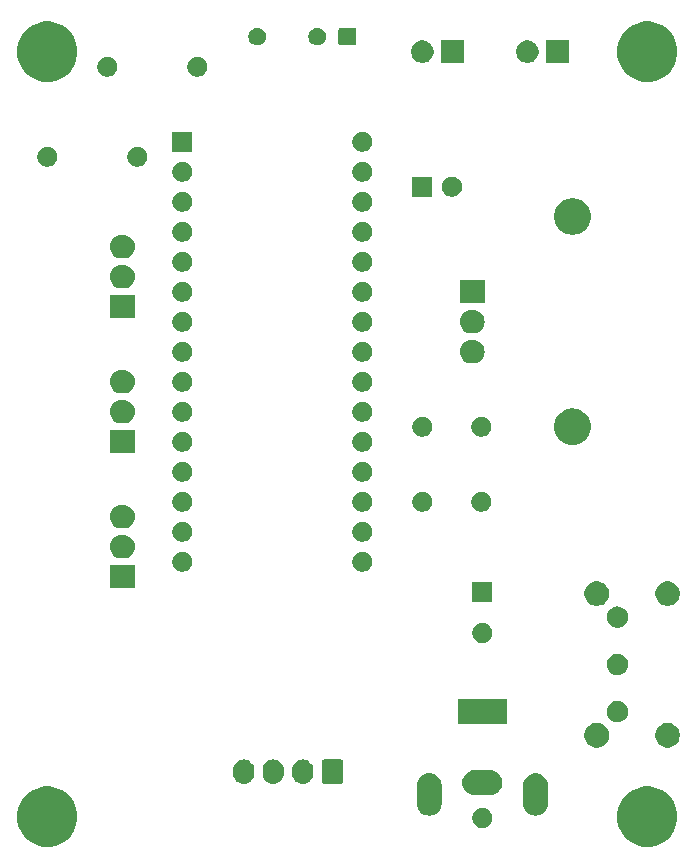
<source format=gbr>
G04 #@! TF.GenerationSoftware,KiCad,Pcbnew,(5.1.5)-3*
G04 #@! TF.CreationDate,2020-02-13T17:55:15+03:00*
G04 #@! TF.ProjectId,TV_led_driver,54565f6c-6564-45f6-9472-697665722e6b,rev?*
G04 #@! TF.SameCoordinates,Original*
G04 #@! TF.FileFunction,Soldermask,Bot*
G04 #@! TF.FilePolarity,Negative*
%FSLAX46Y46*%
G04 Gerber Fmt 4.6, Leading zero omitted, Abs format (unit mm)*
G04 Created by KiCad (PCBNEW (5.1.5)-3) date 2020-02-13 17:55:15*
%MOMM*%
%LPD*%
G04 APERTURE LIST*
%ADD10C,0.100000*%
G04 APERTURE END LIST*
D10*
G36*
X164574098Y-115657033D02*
G01*
X165038350Y-115849332D01*
X165038352Y-115849333D01*
X165456168Y-116128509D01*
X165811491Y-116483832D01*
X166090667Y-116901648D01*
X166090668Y-116901650D01*
X166282967Y-117365902D01*
X166381000Y-117858747D01*
X166381000Y-118361253D01*
X166282967Y-118854098D01*
X166206670Y-119038295D01*
X166090667Y-119318352D01*
X165811491Y-119736168D01*
X165456168Y-120091491D01*
X165038352Y-120370667D01*
X165038351Y-120370668D01*
X165038350Y-120370668D01*
X164574098Y-120562967D01*
X164081253Y-120661000D01*
X163578747Y-120661000D01*
X163085902Y-120562967D01*
X162621650Y-120370668D01*
X162621649Y-120370668D01*
X162621648Y-120370667D01*
X162203832Y-120091491D01*
X161848509Y-119736168D01*
X161569333Y-119318352D01*
X161453330Y-119038295D01*
X161377033Y-118854098D01*
X161279000Y-118361253D01*
X161279000Y-117858747D01*
X161377033Y-117365902D01*
X161569332Y-116901650D01*
X161569333Y-116901648D01*
X161848509Y-116483832D01*
X162203832Y-116128509D01*
X162621648Y-115849333D01*
X162621650Y-115849332D01*
X163085902Y-115657033D01*
X163578747Y-115559000D01*
X164081253Y-115559000D01*
X164574098Y-115657033D01*
G37*
G36*
X113774098Y-115657033D02*
G01*
X114238350Y-115849332D01*
X114238352Y-115849333D01*
X114656168Y-116128509D01*
X115011491Y-116483832D01*
X115290667Y-116901648D01*
X115290668Y-116901650D01*
X115482967Y-117365902D01*
X115581000Y-117858747D01*
X115581000Y-118361253D01*
X115482967Y-118854098D01*
X115406670Y-119038295D01*
X115290667Y-119318352D01*
X115011491Y-119736168D01*
X114656168Y-120091491D01*
X114238352Y-120370667D01*
X114238351Y-120370668D01*
X114238350Y-120370668D01*
X113774098Y-120562967D01*
X113281253Y-120661000D01*
X112778747Y-120661000D01*
X112285902Y-120562967D01*
X111821650Y-120370668D01*
X111821649Y-120370668D01*
X111821648Y-120370667D01*
X111403832Y-120091491D01*
X111048509Y-119736168D01*
X110769333Y-119318352D01*
X110653330Y-119038295D01*
X110577033Y-118854098D01*
X110479000Y-118361253D01*
X110479000Y-117858747D01*
X110577033Y-117365902D01*
X110769332Y-116901650D01*
X110769333Y-116901648D01*
X111048509Y-116483832D01*
X111403832Y-116128509D01*
X111821648Y-115849333D01*
X111821650Y-115849332D01*
X112285902Y-115657033D01*
X112778747Y-115559000D01*
X113281253Y-115559000D01*
X113774098Y-115657033D01*
G37*
G36*
X150108228Y-117401703D02*
G01*
X150263100Y-117465853D01*
X150402481Y-117558985D01*
X150521015Y-117677519D01*
X150614147Y-117816900D01*
X150678297Y-117971772D01*
X150711000Y-118136184D01*
X150711000Y-118303816D01*
X150678297Y-118468228D01*
X150614147Y-118623100D01*
X150521015Y-118762481D01*
X150402481Y-118881015D01*
X150263100Y-118974147D01*
X150108228Y-119038297D01*
X149943816Y-119071000D01*
X149776184Y-119071000D01*
X149611772Y-119038297D01*
X149456900Y-118974147D01*
X149317519Y-118881015D01*
X149198985Y-118762481D01*
X149105853Y-118623100D01*
X149041703Y-118468228D01*
X149009000Y-118303816D01*
X149009000Y-118136184D01*
X149041703Y-117971772D01*
X149105853Y-117816900D01*
X149198985Y-117677519D01*
X149317519Y-117558985D01*
X149456900Y-117465853D01*
X149611772Y-117401703D01*
X149776184Y-117369000D01*
X149943816Y-117369000D01*
X150108228Y-117401703D01*
G37*
G36*
X154566031Y-114434207D02*
G01*
X154694687Y-114473235D01*
X154764148Y-114494306D01*
X154830030Y-114529521D01*
X154946729Y-114591897D01*
X155106765Y-114723235D01*
X155238103Y-114883271D01*
X155262006Y-114927991D01*
X155335694Y-115065851D01*
X155335694Y-115065852D01*
X155335695Y-115065854D01*
X155395793Y-115263968D01*
X155411000Y-115418370D01*
X155411000Y-117021630D01*
X155395793Y-117176032D01*
X155338196Y-117365901D01*
X155335694Y-117374149D01*
X155320966Y-117401703D01*
X155238103Y-117556729D01*
X155106765Y-117716765D01*
X154946729Y-117848103D01*
X154926815Y-117858747D01*
X154764149Y-117945694D01*
X154764146Y-117945695D01*
X154566032Y-118005793D01*
X154360000Y-118026085D01*
X154153969Y-118005793D01*
X153955855Y-117945695D01*
X153955852Y-117945694D01*
X153793186Y-117858747D01*
X153773272Y-117848103D01*
X153613236Y-117716765D01*
X153481898Y-117556729D01*
X153433324Y-117465853D01*
X153384305Y-117374146D01*
X153324207Y-117176033D01*
X153309000Y-117021631D01*
X153309000Y-115418370D01*
X153318098Y-115326000D01*
X153324207Y-115263969D01*
X153384305Y-115065855D01*
X153384306Y-115065852D01*
X153419521Y-114999970D01*
X153481897Y-114883271D01*
X153613235Y-114723235D01*
X153773271Y-114591897D01*
X153859025Y-114546061D01*
X153955851Y-114494306D01*
X154025312Y-114473235D01*
X154153968Y-114434207D01*
X154360000Y-114413915D01*
X154566031Y-114434207D01*
G37*
G36*
X145566031Y-114434207D02*
G01*
X145694687Y-114473235D01*
X145764148Y-114494306D01*
X145830030Y-114529521D01*
X145946729Y-114591897D01*
X146106765Y-114723235D01*
X146238103Y-114883271D01*
X146262006Y-114927991D01*
X146335694Y-115065851D01*
X146335694Y-115065852D01*
X146335695Y-115065854D01*
X146395793Y-115263968D01*
X146411000Y-115418370D01*
X146411000Y-117021630D01*
X146395793Y-117176032D01*
X146338196Y-117365901D01*
X146335694Y-117374149D01*
X146320966Y-117401703D01*
X146238103Y-117556729D01*
X146106765Y-117716765D01*
X145946729Y-117848103D01*
X145926815Y-117858747D01*
X145764149Y-117945694D01*
X145764146Y-117945695D01*
X145566032Y-118005793D01*
X145360000Y-118026085D01*
X145153969Y-118005793D01*
X144955855Y-117945695D01*
X144955852Y-117945694D01*
X144793186Y-117858747D01*
X144773272Y-117848103D01*
X144613236Y-117716765D01*
X144481898Y-117556729D01*
X144433324Y-117465853D01*
X144384305Y-117374146D01*
X144324207Y-117176033D01*
X144309000Y-117021631D01*
X144309000Y-115418370D01*
X144318098Y-115326000D01*
X144324207Y-115263969D01*
X144384305Y-115065855D01*
X144384306Y-115065852D01*
X144419521Y-114999970D01*
X144481897Y-114883271D01*
X144613235Y-114723235D01*
X144773271Y-114591897D01*
X144859025Y-114546061D01*
X144955851Y-114494306D01*
X145025312Y-114473235D01*
X145153968Y-114434207D01*
X145360000Y-114413915D01*
X145566031Y-114434207D01*
G37*
G36*
X150613097Y-114174069D02*
G01*
X150716032Y-114184207D01*
X150914146Y-114244305D01*
X150914149Y-114244306D01*
X151010975Y-114296061D01*
X151096729Y-114341897D01*
X151256765Y-114473235D01*
X151388103Y-114633271D01*
X151433939Y-114719025D01*
X151485694Y-114815851D01*
X151485695Y-114815854D01*
X151545793Y-115013968D01*
X151566085Y-115220000D01*
X151545793Y-115426032D01*
X151505457Y-115559000D01*
X151485694Y-115624149D01*
X151433939Y-115720975D01*
X151388103Y-115806729D01*
X151256765Y-115966765D01*
X151096729Y-116098103D01*
X151039843Y-116128509D01*
X150914149Y-116195694D01*
X150914146Y-116195695D01*
X150716032Y-116255793D01*
X150613097Y-116265931D01*
X150561631Y-116271000D01*
X149158369Y-116271000D01*
X149106903Y-116265931D01*
X149003968Y-116255793D01*
X148805854Y-116195695D01*
X148805851Y-116195694D01*
X148680157Y-116128509D01*
X148623271Y-116098103D01*
X148463235Y-115966765D01*
X148331897Y-115806729D01*
X148286061Y-115720975D01*
X148234306Y-115624149D01*
X148214543Y-115559000D01*
X148174207Y-115426032D01*
X148153915Y-115220000D01*
X148174207Y-115013968D01*
X148234305Y-114815854D01*
X148234306Y-114815851D01*
X148286061Y-114719025D01*
X148331897Y-114633271D01*
X148463235Y-114473235D01*
X148623271Y-114341897D01*
X148709025Y-114296061D01*
X148805851Y-114244306D01*
X148805854Y-114244305D01*
X149003968Y-114184207D01*
X149106903Y-114174069D01*
X149158369Y-114169000D01*
X150561631Y-114169000D01*
X150613097Y-114174069D01*
G37*
G36*
X134836627Y-113287037D02*
G01*
X135006466Y-113338557D01*
X135162991Y-113422222D01*
X135198729Y-113451552D01*
X135300186Y-113534814D01*
X135383448Y-113636271D01*
X135412778Y-113672009D01*
X135496443Y-113828534D01*
X135547963Y-113998374D01*
X135561000Y-114130743D01*
X135561000Y-114469258D01*
X135547963Y-114601627D01*
X135496443Y-114771466D01*
X135412778Y-114927991D01*
X135383448Y-114963729D01*
X135300186Y-115065186D01*
X135162989Y-115177779D01*
X135006467Y-115261442D01*
X135006465Y-115261443D01*
X134836626Y-115312963D01*
X134660000Y-115330359D01*
X134483373Y-115312963D01*
X134313534Y-115261443D01*
X134157009Y-115177778D01*
X134114750Y-115143097D01*
X134019814Y-115065186D01*
X133907221Y-114927989D01*
X133823558Y-114771467D01*
X133781637Y-114633272D01*
X133772037Y-114601626D01*
X133759000Y-114469257D01*
X133759000Y-114130742D01*
X133772037Y-113998373D01*
X133823557Y-113828534D01*
X133907222Y-113672009D01*
X134019815Y-113534815D01*
X134157010Y-113422222D01*
X134313535Y-113338557D01*
X134483374Y-113287037D01*
X134660000Y-113269641D01*
X134836627Y-113287037D01*
G37*
G36*
X132336627Y-113287037D02*
G01*
X132506466Y-113338557D01*
X132662991Y-113422222D01*
X132698729Y-113451552D01*
X132800186Y-113534814D01*
X132883448Y-113636271D01*
X132912778Y-113672009D01*
X132996443Y-113828534D01*
X133047963Y-113998374D01*
X133061000Y-114130743D01*
X133061000Y-114469258D01*
X133047963Y-114601627D01*
X132996443Y-114771466D01*
X132912778Y-114927991D01*
X132883448Y-114963729D01*
X132800186Y-115065186D01*
X132662989Y-115177779D01*
X132506467Y-115261442D01*
X132506465Y-115261443D01*
X132336626Y-115312963D01*
X132160000Y-115330359D01*
X131983373Y-115312963D01*
X131813534Y-115261443D01*
X131657009Y-115177778D01*
X131614750Y-115143097D01*
X131519814Y-115065186D01*
X131407221Y-114927989D01*
X131323558Y-114771467D01*
X131281637Y-114633272D01*
X131272037Y-114601626D01*
X131259000Y-114469257D01*
X131259000Y-114130742D01*
X131272037Y-113998373D01*
X131323557Y-113828534D01*
X131407222Y-113672009D01*
X131519815Y-113534815D01*
X131657010Y-113422222D01*
X131813535Y-113338557D01*
X131983374Y-113287037D01*
X132160000Y-113269641D01*
X132336627Y-113287037D01*
G37*
G36*
X129836627Y-113287037D02*
G01*
X130006466Y-113338557D01*
X130162991Y-113422222D01*
X130198729Y-113451552D01*
X130300186Y-113534814D01*
X130383448Y-113636271D01*
X130412778Y-113672009D01*
X130496443Y-113828534D01*
X130547963Y-113998374D01*
X130561000Y-114130743D01*
X130561000Y-114469258D01*
X130547963Y-114601627D01*
X130496443Y-114771466D01*
X130412778Y-114927991D01*
X130383448Y-114963729D01*
X130300186Y-115065186D01*
X130162989Y-115177779D01*
X130006467Y-115261442D01*
X130006465Y-115261443D01*
X129836626Y-115312963D01*
X129660000Y-115330359D01*
X129483373Y-115312963D01*
X129313534Y-115261443D01*
X129157009Y-115177778D01*
X129114750Y-115143097D01*
X129019814Y-115065186D01*
X128907221Y-114927989D01*
X128823558Y-114771467D01*
X128781637Y-114633272D01*
X128772037Y-114601626D01*
X128759000Y-114469257D01*
X128759000Y-114130742D01*
X128772037Y-113998373D01*
X128823557Y-113828534D01*
X128907222Y-113672009D01*
X129019815Y-113534815D01*
X129157010Y-113422222D01*
X129313535Y-113338557D01*
X129483374Y-113287037D01*
X129660000Y-113269641D01*
X129836627Y-113287037D01*
G37*
G36*
X137918600Y-113277989D02*
G01*
X137951652Y-113288015D01*
X137982103Y-113304292D01*
X138008799Y-113326201D01*
X138030708Y-113352897D01*
X138046985Y-113383348D01*
X138057011Y-113416400D01*
X138061000Y-113456903D01*
X138061000Y-115143097D01*
X138057011Y-115183600D01*
X138046985Y-115216652D01*
X138030708Y-115247103D01*
X138008799Y-115273799D01*
X137982103Y-115295708D01*
X137951652Y-115311985D01*
X137918600Y-115322011D01*
X137878097Y-115326000D01*
X136441903Y-115326000D01*
X136401400Y-115322011D01*
X136368348Y-115311985D01*
X136337897Y-115295708D01*
X136311201Y-115273799D01*
X136289292Y-115247103D01*
X136273015Y-115216652D01*
X136262989Y-115183600D01*
X136259000Y-115143097D01*
X136259000Y-113456903D01*
X136262989Y-113416400D01*
X136273015Y-113383348D01*
X136289292Y-113352897D01*
X136311201Y-113326201D01*
X136337897Y-113304292D01*
X136368348Y-113288015D01*
X136401400Y-113277989D01*
X136441903Y-113274000D01*
X137878097Y-113274000D01*
X137918600Y-113277989D01*
G37*
G36*
X165846564Y-110209389D02*
G01*
X166037833Y-110288615D01*
X166037835Y-110288616D01*
X166209973Y-110403635D01*
X166356365Y-110550027D01*
X166471385Y-110722167D01*
X166550611Y-110913436D01*
X166591000Y-111116484D01*
X166591000Y-111323516D01*
X166550611Y-111526564D01*
X166471385Y-111717833D01*
X166471384Y-111717835D01*
X166356365Y-111889973D01*
X166209973Y-112036365D01*
X166037835Y-112151384D01*
X166037834Y-112151385D01*
X166037833Y-112151385D01*
X165846564Y-112230611D01*
X165643516Y-112271000D01*
X165436484Y-112271000D01*
X165233436Y-112230611D01*
X165042167Y-112151385D01*
X165042166Y-112151385D01*
X165042165Y-112151384D01*
X164870027Y-112036365D01*
X164723635Y-111889973D01*
X164608616Y-111717835D01*
X164608615Y-111717833D01*
X164529389Y-111526564D01*
X164489000Y-111323516D01*
X164489000Y-111116484D01*
X164529389Y-110913436D01*
X164608615Y-110722167D01*
X164723635Y-110550027D01*
X164870027Y-110403635D01*
X165042165Y-110288616D01*
X165042167Y-110288615D01*
X165233436Y-110209389D01*
X165436484Y-110169000D01*
X165643516Y-110169000D01*
X165846564Y-110209389D01*
G37*
G36*
X159846564Y-110209389D02*
G01*
X160037833Y-110288615D01*
X160037835Y-110288616D01*
X160209973Y-110403635D01*
X160356365Y-110550027D01*
X160471385Y-110722167D01*
X160550611Y-110913436D01*
X160591000Y-111116484D01*
X160591000Y-111323516D01*
X160550611Y-111526564D01*
X160471385Y-111717833D01*
X160471384Y-111717835D01*
X160356365Y-111889973D01*
X160209973Y-112036365D01*
X160037835Y-112151384D01*
X160037834Y-112151385D01*
X160037833Y-112151385D01*
X159846564Y-112230611D01*
X159643516Y-112271000D01*
X159436484Y-112271000D01*
X159233436Y-112230611D01*
X159042167Y-112151385D01*
X159042166Y-112151385D01*
X159042165Y-112151384D01*
X158870027Y-112036365D01*
X158723635Y-111889973D01*
X158608616Y-111717835D01*
X158608615Y-111717833D01*
X158529389Y-111526564D01*
X158489000Y-111323516D01*
X158489000Y-111116484D01*
X158529389Y-110913436D01*
X158608615Y-110722167D01*
X158723635Y-110550027D01*
X158870027Y-110403635D01*
X159042165Y-110288616D01*
X159042167Y-110288615D01*
X159233436Y-110209389D01*
X159436484Y-110169000D01*
X159643516Y-110169000D01*
X159846564Y-110209389D01*
G37*
G36*
X151911000Y-110271000D02*
G01*
X147809000Y-110271000D01*
X147809000Y-108169000D01*
X151911000Y-108169000D01*
X151911000Y-110271000D01*
G37*
G36*
X161403512Y-108323927D02*
G01*
X161552812Y-108353624D01*
X161716784Y-108421544D01*
X161864354Y-108520147D01*
X161989853Y-108645646D01*
X162088456Y-108793216D01*
X162156376Y-108957188D01*
X162191000Y-109131259D01*
X162191000Y-109308741D01*
X162156376Y-109482812D01*
X162088456Y-109646784D01*
X161989853Y-109794354D01*
X161864354Y-109919853D01*
X161716784Y-110018456D01*
X161552812Y-110086376D01*
X161403512Y-110116073D01*
X161378742Y-110121000D01*
X161201258Y-110121000D01*
X161176488Y-110116073D01*
X161027188Y-110086376D01*
X160863216Y-110018456D01*
X160715646Y-109919853D01*
X160590147Y-109794354D01*
X160491544Y-109646784D01*
X160423624Y-109482812D01*
X160389000Y-109308741D01*
X160389000Y-109131259D01*
X160423624Y-108957188D01*
X160491544Y-108793216D01*
X160590147Y-108645646D01*
X160715646Y-108520147D01*
X160863216Y-108421544D01*
X161027188Y-108353624D01*
X161176488Y-108323927D01*
X161201258Y-108319000D01*
X161378742Y-108319000D01*
X161403512Y-108323927D01*
G37*
G36*
X161403512Y-104323927D02*
G01*
X161552812Y-104353624D01*
X161716784Y-104421544D01*
X161864354Y-104520147D01*
X161989853Y-104645646D01*
X162088456Y-104793216D01*
X162156376Y-104957188D01*
X162191000Y-105131259D01*
X162191000Y-105308741D01*
X162156376Y-105482812D01*
X162088456Y-105646784D01*
X161989853Y-105794354D01*
X161864354Y-105919853D01*
X161716784Y-106018456D01*
X161552812Y-106086376D01*
X161403512Y-106116073D01*
X161378742Y-106121000D01*
X161201258Y-106121000D01*
X161176488Y-106116073D01*
X161027188Y-106086376D01*
X160863216Y-106018456D01*
X160715646Y-105919853D01*
X160590147Y-105794354D01*
X160491544Y-105646784D01*
X160423624Y-105482812D01*
X160389000Y-105308741D01*
X160389000Y-105131259D01*
X160423624Y-104957188D01*
X160491544Y-104793216D01*
X160590147Y-104645646D01*
X160715646Y-104520147D01*
X160863216Y-104421544D01*
X161027188Y-104353624D01*
X161176488Y-104323927D01*
X161201258Y-104319000D01*
X161378742Y-104319000D01*
X161403512Y-104323927D01*
G37*
G36*
X150108228Y-101741703D02*
G01*
X150263100Y-101805853D01*
X150402481Y-101898985D01*
X150521015Y-102017519D01*
X150614147Y-102156900D01*
X150678297Y-102311772D01*
X150711000Y-102476184D01*
X150711000Y-102643816D01*
X150678297Y-102808228D01*
X150614147Y-102963100D01*
X150521015Y-103102481D01*
X150402481Y-103221015D01*
X150263100Y-103314147D01*
X150108228Y-103378297D01*
X149943816Y-103411000D01*
X149776184Y-103411000D01*
X149611772Y-103378297D01*
X149456900Y-103314147D01*
X149317519Y-103221015D01*
X149198985Y-103102481D01*
X149105853Y-102963100D01*
X149041703Y-102808228D01*
X149009000Y-102643816D01*
X149009000Y-102476184D01*
X149041703Y-102311772D01*
X149105853Y-102156900D01*
X149198985Y-102017519D01*
X149317519Y-101898985D01*
X149456900Y-101805853D01*
X149611772Y-101741703D01*
X149776184Y-101709000D01*
X149943816Y-101709000D01*
X150108228Y-101741703D01*
G37*
G36*
X161403512Y-100323927D02*
G01*
X161552812Y-100353624D01*
X161716784Y-100421544D01*
X161864354Y-100520147D01*
X161989853Y-100645646D01*
X162088456Y-100793216D01*
X162156376Y-100957188D01*
X162191000Y-101131259D01*
X162191000Y-101308741D01*
X162156376Y-101482812D01*
X162088456Y-101646784D01*
X161989853Y-101794354D01*
X161864354Y-101919853D01*
X161716784Y-102018456D01*
X161552812Y-102086376D01*
X161403512Y-102116073D01*
X161378742Y-102121000D01*
X161201258Y-102121000D01*
X161176488Y-102116073D01*
X161027188Y-102086376D01*
X160863216Y-102018456D01*
X160715646Y-101919853D01*
X160590147Y-101794354D01*
X160491544Y-101646784D01*
X160423624Y-101482812D01*
X160389000Y-101308741D01*
X160389000Y-101131259D01*
X160423624Y-100957188D01*
X160491544Y-100793216D01*
X160590147Y-100645646D01*
X160715646Y-100520147D01*
X160863216Y-100421544D01*
X161027188Y-100353624D01*
X161176488Y-100323927D01*
X161201258Y-100319000D01*
X161378742Y-100319000D01*
X161403512Y-100323927D01*
G37*
G36*
X165846564Y-98209389D02*
G01*
X166037833Y-98288615D01*
X166037835Y-98288616D01*
X166209973Y-98403635D01*
X166356365Y-98550027D01*
X166471385Y-98722167D01*
X166550611Y-98913436D01*
X166591000Y-99116484D01*
X166591000Y-99323516D01*
X166550611Y-99526564D01*
X166471385Y-99717833D01*
X166471384Y-99717835D01*
X166356365Y-99889973D01*
X166209973Y-100036365D01*
X166037835Y-100151384D01*
X166037834Y-100151385D01*
X166037833Y-100151385D01*
X165846564Y-100230611D01*
X165643516Y-100271000D01*
X165436484Y-100271000D01*
X165233436Y-100230611D01*
X165042167Y-100151385D01*
X165042166Y-100151385D01*
X165042165Y-100151384D01*
X164870027Y-100036365D01*
X164723635Y-99889973D01*
X164608616Y-99717835D01*
X164608615Y-99717833D01*
X164529389Y-99526564D01*
X164489000Y-99323516D01*
X164489000Y-99116484D01*
X164529389Y-98913436D01*
X164608615Y-98722167D01*
X164723635Y-98550027D01*
X164870027Y-98403635D01*
X165042165Y-98288616D01*
X165042167Y-98288615D01*
X165233436Y-98209389D01*
X165436484Y-98169000D01*
X165643516Y-98169000D01*
X165846564Y-98209389D01*
G37*
G36*
X159846564Y-98209389D02*
G01*
X160037833Y-98288615D01*
X160037835Y-98288616D01*
X160209973Y-98403635D01*
X160356365Y-98550027D01*
X160471385Y-98722167D01*
X160550611Y-98913436D01*
X160591000Y-99116484D01*
X160591000Y-99323516D01*
X160550611Y-99526564D01*
X160471385Y-99717833D01*
X160471384Y-99717835D01*
X160356365Y-99889973D01*
X160209973Y-100036365D01*
X160037835Y-100151384D01*
X160037834Y-100151385D01*
X160037833Y-100151385D01*
X159846564Y-100230611D01*
X159643516Y-100271000D01*
X159436484Y-100271000D01*
X159233436Y-100230611D01*
X159042167Y-100151385D01*
X159042166Y-100151385D01*
X159042165Y-100151384D01*
X158870027Y-100036365D01*
X158723635Y-99889973D01*
X158608616Y-99717835D01*
X158608615Y-99717833D01*
X158529389Y-99526564D01*
X158489000Y-99323516D01*
X158489000Y-99116484D01*
X158529389Y-98913436D01*
X158608615Y-98722167D01*
X158723635Y-98550027D01*
X158870027Y-98403635D01*
X159042165Y-98288616D01*
X159042167Y-98288615D01*
X159233436Y-98209389D01*
X159436484Y-98169000D01*
X159643516Y-98169000D01*
X159846564Y-98209389D01*
G37*
G36*
X150711000Y-99911000D02*
G01*
X149009000Y-99911000D01*
X149009000Y-98209000D01*
X150711000Y-98209000D01*
X150711000Y-99911000D01*
G37*
G36*
X120431000Y-98793500D02*
G01*
X118329000Y-98793500D01*
X118329000Y-96786500D01*
X120431000Y-96786500D01*
X120431000Y-98793500D01*
G37*
G36*
X124708228Y-95701703D02*
G01*
X124863100Y-95765853D01*
X125002481Y-95858985D01*
X125121015Y-95977519D01*
X125214147Y-96116900D01*
X125278297Y-96271772D01*
X125311000Y-96436184D01*
X125311000Y-96603816D01*
X125278297Y-96768228D01*
X125214147Y-96923100D01*
X125121015Y-97062481D01*
X125002481Y-97181015D01*
X124863100Y-97274147D01*
X124708228Y-97338297D01*
X124543816Y-97371000D01*
X124376184Y-97371000D01*
X124211772Y-97338297D01*
X124056900Y-97274147D01*
X123917519Y-97181015D01*
X123798985Y-97062481D01*
X123705853Y-96923100D01*
X123641703Y-96768228D01*
X123609000Y-96603816D01*
X123609000Y-96436184D01*
X123641703Y-96271772D01*
X123705853Y-96116900D01*
X123798985Y-95977519D01*
X123917519Y-95858985D01*
X124056900Y-95765853D01*
X124211772Y-95701703D01*
X124376184Y-95669000D01*
X124543816Y-95669000D01*
X124708228Y-95701703D01*
G37*
G36*
X139948228Y-95701703D02*
G01*
X140103100Y-95765853D01*
X140242481Y-95858985D01*
X140361015Y-95977519D01*
X140454147Y-96116900D01*
X140518297Y-96271772D01*
X140551000Y-96436184D01*
X140551000Y-96603816D01*
X140518297Y-96768228D01*
X140454147Y-96923100D01*
X140361015Y-97062481D01*
X140242481Y-97181015D01*
X140103100Y-97274147D01*
X139948228Y-97338297D01*
X139783816Y-97371000D01*
X139616184Y-97371000D01*
X139451772Y-97338297D01*
X139296900Y-97274147D01*
X139157519Y-97181015D01*
X139038985Y-97062481D01*
X138945853Y-96923100D01*
X138881703Y-96768228D01*
X138849000Y-96603816D01*
X138849000Y-96436184D01*
X138881703Y-96271772D01*
X138945853Y-96116900D01*
X139038985Y-95977519D01*
X139157519Y-95858985D01*
X139296900Y-95765853D01*
X139451772Y-95701703D01*
X139616184Y-95669000D01*
X139783816Y-95669000D01*
X139948228Y-95701703D01*
G37*
G36*
X119525936Y-94251340D02*
G01*
X119624220Y-94261020D01*
X119813381Y-94318401D01*
X119987712Y-94411583D01*
X120140515Y-94536985D01*
X120265917Y-94689788D01*
X120359099Y-94864119D01*
X120416480Y-95053280D01*
X120435855Y-95250000D01*
X120416480Y-95446720D01*
X120359099Y-95635881D01*
X120265917Y-95810212D01*
X120140515Y-95963015D01*
X119987712Y-96088417D01*
X119813381Y-96181599D01*
X119624220Y-96238980D01*
X119525936Y-96248660D01*
X119476795Y-96253500D01*
X119283205Y-96253500D01*
X119234064Y-96248660D01*
X119135780Y-96238980D01*
X118946619Y-96181599D01*
X118772288Y-96088417D01*
X118619485Y-95963015D01*
X118494083Y-95810212D01*
X118400901Y-95635881D01*
X118343520Y-95446720D01*
X118324145Y-95250000D01*
X118343520Y-95053280D01*
X118400901Y-94864119D01*
X118494083Y-94689788D01*
X118619485Y-94536985D01*
X118772288Y-94411583D01*
X118946619Y-94318401D01*
X119135780Y-94261020D01*
X119234064Y-94251340D01*
X119283205Y-94246500D01*
X119476795Y-94246500D01*
X119525936Y-94251340D01*
G37*
G36*
X124708228Y-93161703D02*
G01*
X124863100Y-93225853D01*
X125002481Y-93318985D01*
X125121015Y-93437519D01*
X125214147Y-93576900D01*
X125278297Y-93731772D01*
X125311000Y-93896184D01*
X125311000Y-94063816D01*
X125278297Y-94228228D01*
X125214147Y-94383100D01*
X125121015Y-94522481D01*
X125002481Y-94641015D01*
X124863100Y-94734147D01*
X124708228Y-94798297D01*
X124543816Y-94831000D01*
X124376184Y-94831000D01*
X124211772Y-94798297D01*
X124056900Y-94734147D01*
X123917519Y-94641015D01*
X123798985Y-94522481D01*
X123705853Y-94383100D01*
X123641703Y-94228228D01*
X123609000Y-94063816D01*
X123609000Y-93896184D01*
X123641703Y-93731772D01*
X123705853Y-93576900D01*
X123798985Y-93437519D01*
X123917519Y-93318985D01*
X124056900Y-93225853D01*
X124211772Y-93161703D01*
X124376184Y-93129000D01*
X124543816Y-93129000D01*
X124708228Y-93161703D01*
G37*
G36*
X139948228Y-93161703D02*
G01*
X140103100Y-93225853D01*
X140242481Y-93318985D01*
X140361015Y-93437519D01*
X140454147Y-93576900D01*
X140518297Y-93731772D01*
X140551000Y-93896184D01*
X140551000Y-94063816D01*
X140518297Y-94228228D01*
X140454147Y-94383100D01*
X140361015Y-94522481D01*
X140242481Y-94641015D01*
X140103100Y-94734147D01*
X139948228Y-94798297D01*
X139783816Y-94831000D01*
X139616184Y-94831000D01*
X139451772Y-94798297D01*
X139296900Y-94734147D01*
X139157519Y-94641015D01*
X139038985Y-94522481D01*
X138945853Y-94383100D01*
X138881703Y-94228228D01*
X138849000Y-94063816D01*
X138849000Y-93896184D01*
X138881703Y-93731772D01*
X138945853Y-93576900D01*
X139038985Y-93437519D01*
X139157519Y-93318985D01*
X139296900Y-93225853D01*
X139451772Y-93161703D01*
X139616184Y-93129000D01*
X139783816Y-93129000D01*
X139948228Y-93161703D01*
G37*
G36*
X119525936Y-91711340D02*
G01*
X119624220Y-91721020D01*
X119813381Y-91778401D01*
X119987712Y-91871583D01*
X120140515Y-91996985D01*
X120265917Y-92149788D01*
X120359099Y-92324119D01*
X120416480Y-92513280D01*
X120435855Y-92710000D01*
X120416480Y-92906720D01*
X120359099Y-93095881D01*
X120265917Y-93270212D01*
X120140515Y-93423015D01*
X119987712Y-93548417D01*
X119813381Y-93641599D01*
X119624220Y-93698980D01*
X119525936Y-93708660D01*
X119476795Y-93713500D01*
X119283205Y-93713500D01*
X119234064Y-93708660D01*
X119135780Y-93698980D01*
X118946619Y-93641599D01*
X118772288Y-93548417D01*
X118619485Y-93423015D01*
X118494083Y-93270212D01*
X118400901Y-93095881D01*
X118343520Y-92906720D01*
X118324145Y-92710000D01*
X118343520Y-92513280D01*
X118400901Y-92324119D01*
X118494083Y-92149788D01*
X118619485Y-91996985D01*
X118772288Y-91871583D01*
X118946619Y-91778401D01*
X119135780Y-91721020D01*
X119234064Y-91711340D01*
X119283205Y-91706500D01*
X119476795Y-91706500D01*
X119525936Y-91711340D01*
G37*
G36*
X150028228Y-90621703D02*
G01*
X150183100Y-90685853D01*
X150322481Y-90778985D01*
X150441015Y-90897519D01*
X150534147Y-91036900D01*
X150598297Y-91191772D01*
X150631000Y-91356184D01*
X150631000Y-91523816D01*
X150598297Y-91688228D01*
X150534147Y-91843100D01*
X150441015Y-91982481D01*
X150322481Y-92101015D01*
X150183100Y-92194147D01*
X150028228Y-92258297D01*
X149863816Y-92291000D01*
X149696184Y-92291000D01*
X149531772Y-92258297D01*
X149376900Y-92194147D01*
X149237519Y-92101015D01*
X149118985Y-91982481D01*
X149025853Y-91843100D01*
X148961703Y-91688228D01*
X148929000Y-91523816D01*
X148929000Y-91356184D01*
X148961703Y-91191772D01*
X149025853Y-91036900D01*
X149118985Y-90897519D01*
X149237519Y-90778985D01*
X149376900Y-90685853D01*
X149531772Y-90621703D01*
X149696184Y-90589000D01*
X149863816Y-90589000D01*
X150028228Y-90621703D01*
G37*
G36*
X145028228Y-90621703D02*
G01*
X145183100Y-90685853D01*
X145322481Y-90778985D01*
X145441015Y-90897519D01*
X145534147Y-91036900D01*
X145598297Y-91191772D01*
X145631000Y-91356184D01*
X145631000Y-91523816D01*
X145598297Y-91688228D01*
X145534147Y-91843100D01*
X145441015Y-91982481D01*
X145322481Y-92101015D01*
X145183100Y-92194147D01*
X145028228Y-92258297D01*
X144863816Y-92291000D01*
X144696184Y-92291000D01*
X144531772Y-92258297D01*
X144376900Y-92194147D01*
X144237519Y-92101015D01*
X144118985Y-91982481D01*
X144025853Y-91843100D01*
X143961703Y-91688228D01*
X143929000Y-91523816D01*
X143929000Y-91356184D01*
X143961703Y-91191772D01*
X144025853Y-91036900D01*
X144118985Y-90897519D01*
X144237519Y-90778985D01*
X144376900Y-90685853D01*
X144531772Y-90621703D01*
X144696184Y-90589000D01*
X144863816Y-90589000D01*
X145028228Y-90621703D01*
G37*
G36*
X139948228Y-90621703D02*
G01*
X140103100Y-90685853D01*
X140242481Y-90778985D01*
X140361015Y-90897519D01*
X140454147Y-91036900D01*
X140518297Y-91191772D01*
X140551000Y-91356184D01*
X140551000Y-91523816D01*
X140518297Y-91688228D01*
X140454147Y-91843100D01*
X140361015Y-91982481D01*
X140242481Y-92101015D01*
X140103100Y-92194147D01*
X139948228Y-92258297D01*
X139783816Y-92291000D01*
X139616184Y-92291000D01*
X139451772Y-92258297D01*
X139296900Y-92194147D01*
X139157519Y-92101015D01*
X139038985Y-91982481D01*
X138945853Y-91843100D01*
X138881703Y-91688228D01*
X138849000Y-91523816D01*
X138849000Y-91356184D01*
X138881703Y-91191772D01*
X138945853Y-91036900D01*
X139038985Y-90897519D01*
X139157519Y-90778985D01*
X139296900Y-90685853D01*
X139451772Y-90621703D01*
X139616184Y-90589000D01*
X139783816Y-90589000D01*
X139948228Y-90621703D01*
G37*
G36*
X124708228Y-90621703D02*
G01*
X124863100Y-90685853D01*
X125002481Y-90778985D01*
X125121015Y-90897519D01*
X125214147Y-91036900D01*
X125278297Y-91191772D01*
X125311000Y-91356184D01*
X125311000Y-91523816D01*
X125278297Y-91688228D01*
X125214147Y-91843100D01*
X125121015Y-91982481D01*
X125002481Y-92101015D01*
X124863100Y-92194147D01*
X124708228Y-92258297D01*
X124543816Y-92291000D01*
X124376184Y-92291000D01*
X124211772Y-92258297D01*
X124056900Y-92194147D01*
X123917519Y-92101015D01*
X123798985Y-91982481D01*
X123705853Y-91843100D01*
X123641703Y-91688228D01*
X123609000Y-91523816D01*
X123609000Y-91356184D01*
X123641703Y-91191772D01*
X123705853Y-91036900D01*
X123798985Y-90897519D01*
X123917519Y-90778985D01*
X124056900Y-90685853D01*
X124211772Y-90621703D01*
X124376184Y-90589000D01*
X124543816Y-90589000D01*
X124708228Y-90621703D01*
G37*
G36*
X139948228Y-88081703D02*
G01*
X140103100Y-88145853D01*
X140242481Y-88238985D01*
X140361015Y-88357519D01*
X140454147Y-88496900D01*
X140518297Y-88651772D01*
X140551000Y-88816184D01*
X140551000Y-88983816D01*
X140518297Y-89148228D01*
X140454147Y-89303100D01*
X140361015Y-89442481D01*
X140242481Y-89561015D01*
X140103100Y-89654147D01*
X139948228Y-89718297D01*
X139783816Y-89751000D01*
X139616184Y-89751000D01*
X139451772Y-89718297D01*
X139296900Y-89654147D01*
X139157519Y-89561015D01*
X139038985Y-89442481D01*
X138945853Y-89303100D01*
X138881703Y-89148228D01*
X138849000Y-88983816D01*
X138849000Y-88816184D01*
X138881703Y-88651772D01*
X138945853Y-88496900D01*
X139038985Y-88357519D01*
X139157519Y-88238985D01*
X139296900Y-88145853D01*
X139451772Y-88081703D01*
X139616184Y-88049000D01*
X139783816Y-88049000D01*
X139948228Y-88081703D01*
G37*
G36*
X124708228Y-88081703D02*
G01*
X124863100Y-88145853D01*
X125002481Y-88238985D01*
X125121015Y-88357519D01*
X125214147Y-88496900D01*
X125278297Y-88651772D01*
X125311000Y-88816184D01*
X125311000Y-88983816D01*
X125278297Y-89148228D01*
X125214147Y-89303100D01*
X125121015Y-89442481D01*
X125002481Y-89561015D01*
X124863100Y-89654147D01*
X124708228Y-89718297D01*
X124543816Y-89751000D01*
X124376184Y-89751000D01*
X124211772Y-89718297D01*
X124056900Y-89654147D01*
X123917519Y-89561015D01*
X123798985Y-89442481D01*
X123705853Y-89303100D01*
X123641703Y-89148228D01*
X123609000Y-88983816D01*
X123609000Y-88816184D01*
X123641703Y-88651772D01*
X123705853Y-88496900D01*
X123798985Y-88357519D01*
X123917519Y-88238985D01*
X124056900Y-88145853D01*
X124211772Y-88081703D01*
X124376184Y-88049000D01*
X124543816Y-88049000D01*
X124708228Y-88081703D01*
G37*
G36*
X120431000Y-87363500D02*
G01*
X118329000Y-87363500D01*
X118329000Y-85356500D01*
X120431000Y-85356500D01*
X120431000Y-87363500D01*
G37*
G36*
X139948228Y-85541703D02*
G01*
X140103100Y-85605853D01*
X140242481Y-85698985D01*
X140361015Y-85817519D01*
X140454147Y-85956900D01*
X140518297Y-86111772D01*
X140551000Y-86276184D01*
X140551000Y-86443816D01*
X140518297Y-86608228D01*
X140454147Y-86763100D01*
X140361015Y-86902481D01*
X140242481Y-87021015D01*
X140103100Y-87114147D01*
X139948228Y-87178297D01*
X139783816Y-87211000D01*
X139616184Y-87211000D01*
X139451772Y-87178297D01*
X139296900Y-87114147D01*
X139157519Y-87021015D01*
X139038985Y-86902481D01*
X138945853Y-86763100D01*
X138881703Y-86608228D01*
X138849000Y-86443816D01*
X138849000Y-86276184D01*
X138881703Y-86111772D01*
X138945853Y-85956900D01*
X139038985Y-85817519D01*
X139157519Y-85698985D01*
X139296900Y-85605853D01*
X139451772Y-85541703D01*
X139616184Y-85509000D01*
X139783816Y-85509000D01*
X139948228Y-85541703D01*
G37*
G36*
X124708228Y-85541703D02*
G01*
X124863100Y-85605853D01*
X125002481Y-85698985D01*
X125121015Y-85817519D01*
X125214147Y-85956900D01*
X125278297Y-86111772D01*
X125311000Y-86276184D01*
X125311000Y-86443816D01*
X125278297Y-86608228D01*
X125214147Y-86763100D01*
X125121015Y-86902481D01*
X125002481Y-87021015D01*
X124863100Y-87114147D01*
X124708228Y-87178297D01*
X124543816Y-87211000D01*
X124376184Y-87211000D01*
X124211772Y-87178297D01*
X124056900Y-87114147D01*
X123917519Y-87021015D01*
X123798985Y-86902481D01*
X123705853Y-86763100D01*
X123641703Y-86608228D01*
X123609000Y-86443816D01*
X123609000Y-86276184D01*
X123641703Y-86111772D01*
X123705853Y-85956900D01*
X123798985Y-85817519D01*
X123917519Y-85698985D01*
X124056900Y-85605853D01*
X124211772Y-85541703D01*
X124376184Y-85509000D01*
X124543816Y-85509000D01*
X124708228Y-85541703D01*
G37*
G36*
X157747238Y-83571771D02*
G01*
X157932410Y-83608604D01*
X158214674Y-83725521D01*
X158468705Y-83895259D01*
X158684741Y-84111295D01*
X158854479Y-84365326D01*
X158971396Y-84647590D01*
X159031000Y-84947240D01*
X159031000Y-85252760D01*
X158971396Y-85552410D01*
X158854479Y-85834674D01*
X158684741Y-86088705D01*
X158468705Y-86304741D01*
X158214674Y-86474479D01*
X157932410Y-86591396D01*
X157782585Y-86621198D01*
X157632761Y-86651000D01*
X157327239Y-86651000D01*
X157177415Y-86621198D01*
X157027590Y-86591396D01*
X156745326Y-86474479D01*
X156491295Y-86304741D01*
X156275259Y-86088705D01*
X156105521Y-85834674D01*
X155988604Y-85552410D01*
X155929000Y-85252760D01*
X155929000Y-84947240D01*
X155988604Y-84647590D01*
X156105521Y-84365326D01*
X156275259Y-84111295D01*
X156491295Y-83895259D01*
X156745326Y-83725521D01*
X157027590Y-83608604D01*
X157212762Y-83571771D01*
X157327239Y-83549000D01*
X157632761Y-83549000D01*
X157747238Y-83571771D01*
G37*
G36*
X150028228Y-84271703D02*
G01*
X150183100Y-84335853D01*
X150322481Y-84428985D01*
X150441015Y-84547519D01*
X150534147Y-84686900D01*
X150598297Y-84841772D01*
X150631000Y-85006184D01*
X150631000Y-85173816D01*
X150598297Y-85338228D01*
X150534147Y-85493100D01*
X150441015Y-85632481D01*
X150322481Y-85751015D01*
X150183100Y-85844147D01*
X150028228Y-85908297D01*
X149863816Y-85941000D01*
X149696184Y-85941000D01*
X149531772Y-85908297D01*
X149376900Y-85844147D01*
X149237519Y-85751015D01*
X149118985Y-85632481D01*
X149025853Y-85493100D01*
X148961703Y-85338228D01*
X148929000Y-85173816D01*
X148929000Y-85006184D01*
X148961703Y-84841772D01*
X149025853Y-84686900D01*
X149118985Y-84547519D01*
X149237519Y-84428985D01*
X149376900Y-84335853D01*
X149531772Y-84271703D01*
X149696184Y-84239000D01*
X149863816Y-84239000D01*
X150028228Y-84271703D01*
G37*
G36*
X145028228Y-84271703D02*
G01*
X145183100Y-84335853D01*
X145322481Y-84428985D01*
X145441015Y-84547519D01*
X145534147Y-84686900D01*
X145598297Y-84841772D01*
X145631000Y-85006184D01*
X145631000Y-85173816D01*
X145598297Y-85338228D01*
X145534147Y-85493100D01*
X145441015Y-85632481D01*
X145322481Y-85751015D01*
X145183100Y-85844147D01*
X145028228Y-85908297D01*
X144863816Y-85941000D01*
X144696184Y-85941000D01*
X144531772Y-85908297D01*
X144376900Y-85844147D01*
X144237519Y-85751015D01*
X144118985Y-85632481D01*
X144025853Y-85493100D01*
X143961703Y-85338228D01*
X143929000Y-85173816D01*
X143929000Y-85006184D01*
X143961703Y-84841772D01*
X144025853Y-84686900D01*
X144118985Y-84547519D01*
X144237519Y-84428985D01*
X144376900Y-84335853D01*
X144531772Y-84271703D01*
X144696184Y-84239000D01*
X144863816Y-84239000D01*
X145028228Y-84271703D01*
G37*
G36*
X119525936Y-82821340D02*
G01*
X119624220Y-82831020D01*
X119813381Y-82888401D01*
X119987712Y-82981583D01*
X120140515Y-83106985D01*
X120265917Y-83259788D01*
X120359099Y-83434119D01*
X120416480Y-83623280D01*
X120435855Y-83820000D01*
X120416480Y-84016720D01*
X120359099Y-84205881D01*
X120265917Y-84380212D01*
X120140515Y-84533015D01*
X119987712Y-84658417D01*
X119813381Y-84751599D01*
X119624220Y-84808980D01*
X119525936Y-84818660D01*
X119476795Y-84823500D01*
X119283205Y-84823500D01*
X119234064Y-84818660D01*
X119135780Y-84808980D01*
X118946619Y-84751599D01*
X118772288Y-84658417D01*
X118619485Y-84533015D01*
X118494083Y-84380212D01*
X118400901Y-84205881D01*
X118343520Y-84016720D01*
X118324145Y-83820000D01*
X118343520Y-83623280D01*
X118400901Y-83434119D01*
X118494083Y-83259788D01*
X118619485Y-83106985D01*
X118772288Y-82981583D01*
X118946619Y-82888401D01*
X119135780Y-82831020D01*
X119234064Y-82821340D01*
X119283205Y-82816500D01*
X119476795Y-82816500D01*
X119525936Y-82821340D01*
G37*
G36*
X124708228Y-83001703D02*
G01*
X124863100Y-83065853D01*
X125002481Y-83158985D01*
X125121015Y-83277519D01*
X125214147Y-83416900D01*
X125278297Y-83571772D01*
X125311000Y-83736184D01*
X125311000Y-83903816D01*
X125278297Y-84068228D01*
X125214147Y-84223100D01*
X125121015Y-84362481D01*
X125002481Y-84481015D01*
X124863100Y-84574147D01*
X124708228Y-84638297D01*
X124543816Y-84671000D01*
X124376184Y-84671000D01*
X124211772Y-84638297D01*
X124056900Y-84574147D01*
X123917519Y-84481015D01*
X123798985Y-84362481D01*
X123705853Y-84223100D01*
X123641703Y-84068228D01*
X123609000Y-83903816D01*
X123609000Y-83736184D01*
X123641703Y-83571772D01*
X123705853Y-83416900D01*
X123798985Y-83277519D01*
X123917519Y-83158985D01*
X124056900Y-83065853D01*
X124211772Y-83001703D01*
X124376184Y-82969000D01*
X124543816Y-82969000D01*
X124708228Y-83001703D01*
G37*
G36*
X139948228Y-83001703D02*
G01*
X140103100Y-83065853D01*
X140242481Y-83158985D01*
X140361015Y-83277519D01*
X140454147Y-83416900D01*
X140518297Y-83571772D01*
X140551000Y-83736184D01*
X140551000Y-83903816D01*
X140518297Y-84068228D01*
X140454147Y-84223100D01*
X140361015Y-84362481D01*
X140242481Y-84481015D01*
X140103100Y-84574147D01*
X139948228Y-84638297D01*
X139783816Y-84671000D01*
X139616184Y-84671000D01*
X139451772Y-84638297D01*
X139296900Y-84574147D01*
X139157519Y-84481015D01*
X139038985Y-84362481D01*
X138945853Y-84223100D01*
X138881703Y-84068228D01*
X138849000Y-83903816D01*
X138849000Y-83736184D01*
X138881703Y-83571772D01*
X138945853Y-83416900D01*
X139038985Y-83277519D01*
X139157519Y-83158985D01*
X139296900Y-83065853D01*
X139451772Y-83001703D01*
X139616184Y-82969000D01*
X139783816Y-82969000D01*
X139948228Y-83001703D01*
G37*
G36*
X119525936Y-80281340D02*
G01*
X119624220Y-80291020D01*
X119813381Y-80348401D01*
X119987712Y-80441583D01*
X120140515Y-80566985D01*
X120265917Y-80719788D01*
X120359099Y-80894119D01*
X120416480Y-81083280D01*
X120435855Y-81280000D01*
X120416480Y-81476720D01*
X120359099Y-81665881D01*
X120265917Y-81840212D01*
X120140515Y-81993015D01*
X119987712Y-82118417D01*
X119813381Y-82211599D01*
X119624220Y-82268980D01*
X119525936Y-82278660D01*
X119476795Y-82283500D01*
X119283205Y-82283500D01*
X119234064Y-82278660D01*
X119135780Y-82268980D01*
X118946619Y-82211599D01*
X118772288Y-82118417D01*
X118619485Y-81993015D01*
X118494083Y-81840212D01*
X118400901Y-81665881D01*
X118343520Y-81476720D01*
X118324145Y-81280000D01*
X118343520Y-81083280D01*
X118400901Y-80894119D01*
X118494083Y-80719788D01*
X118619485Y-80566985D01*
X118772288Y-80441583D01*
X118946619Y-80348401D01*
X119135780Y-80291020D01*
X119234064Y-80281340D01*
X119283205Y-80276500D01*
X119476795Y-80276500D01*
X119525936Y-80281340D01*
G37*
G36*
X124708228Y-80461703D02*
G01*
X124863100Y-80525853D01*
X125002481Y-80618985D01*
X125121015Y-80737519D01*
X125214147Y-80876900D01*
X125278297Y-81031772D01*
X125311000Y-81196184D01*
X125311000Y-81363816D01*
X125278297Y-81528228D01*
X125214147Y-81683100D01*
X125121015Y-81822481D01*
X125002481Y-81941015D01*
X124863100Y-82034147D01*
X124708228Y-82098297D01*
X124543816Y-82131000D01*
X124376184Y-82131000D01*
X124211772Y-82098297D01*
X124056900Y-82034147D01*
X123917519Y-81941015D01*
X123798985Y-81822481D01*
X123705853Y-81683100D01*
X123641703Y-81528228D01*
X123609000Y-81363816D01*
X123609000Y-81196184D01*
X123641703Y-81031772D01*
X123705853Y-80876900D01*
X123798985Y-80737519D01*
X123917519Y-80618985D01*
X124056900Y-80525853D01*
X124211772Y-80461703D01*
X124376184Y-80429000D01*
X124543816Y-80429000D01*
X124708228Y-80461703D01*
G37*
G36*
X139948228Y-80461703D02*
G01*
X140103100Y-80525853D01*
X140242481Y-80618985D01*
X140361015Y-80737519D01*
X140454147Y-80876900D01*
X140518297Y-81031772D01*
X140551000Y-81196184D01*
X140551000Y-81363816D01*
X140518297Y-81528228D01*
X140454147Y-81683100D01*
X140361015Y-81822481D01*
X140242481Y-81941015D01*
X140103100Y-82034147D01*
X139948228Y-82098297D01*
X139783816Y-82131000D01*
X139616184Y-82131000D01*
X139451772Y-82098297D01*
X139296900Y-82034147D01*
X139157519Y-81941015D01*
X139038985Y-81822481D01*
X138945853Y-81683100D01*
X138881703Y-81528228D01*
X138849000Y-81363816D01*
X138849000Y-81196184D01*
X138881703Y-81031772D01*
X138945853Y-80876900D01*
X139038985Y-80737519D01*
X139157519Y-80618985D01*
X139296900Y-80525853D01*
X139451772Y-80461703D01*
X139616184Y-80429000D01*
X139783816Y-80429000D01*
X139948228Y-80461703D01*
G37*
G36*
X149145936Y-77741340D02*
G01*
X149244220Y-77751020D01*
X149433381Y-77808401D01*
X149607712Y-77901583D01*
X149760515Y-78026985D01*
X149885917Y-78179788D01*
X149979099Y-78354119D01*
X150036480Y-78543280D01*
X150055855Y-78740000D01*
X150036480Y-78936720D01*
X149979099Y-79125881D01*
X149885917Y-79300212D01*
X149760515Y-79453015D01*
X149607712Y-79578417D01*
X149433381Y-79671599D01*
X149244220Y-79728980D01*
X149145936Y-79738660D01*
X149096795Y-79743500D01*
X148903205Y-79743500D01*
X148854064Y-79738660D01*
X148755780Y-79728980D01*
X148566619Y-79671599D01*
X148392288Y-79578417D01*
X148239485Y-79453015D01*
X148114083Y-79300212D01*
X148020901Y-79125881D01*
X147963520Y-78936720D01*
X147944145Y-78740000D01*
X147963520Y-78543280D01*
X148020901Y-78354119D01*
X148114083Y-78179788D01*
X148239485Y-78026985D01*
X148392288Y-77901583D01*
X148566619Y-77808401D01*
X148755780Y-77751020D01*
X148854064Y-77741340D01*
X148903205Y-77736500D01*
X149096795Y-77736500D01*
X149145936Y-77741340D01*
G37*
G36*
X139948228Y-77921703D02*
G01*
X140103100Y-77985853D01*
X140242481Y-78078985D01*
X140361015Y-78197519D01*
X140454147Y-78336900D01*
X140518297Y-78491772D01*
X140551000Y-78656184D01*
X140551000Y-78823816D01*
X140518297Y-78988228D01*
X140454147Y-79143100D01*
X140361015Y-79282481D01*
X140242481Y-79401015D01*
X140103100Y-79494147D01*
X139948228Y-79558297D01*
X139783816Y-79591000D01*
X139616184Y-79591000D01*
X139451772Y-79558297D01*
X139296900Y-79494147D01*
X139157519Y-79401015D01*
X139038985Y-79282481D01*
X138945853Y-79143100D01*
X138881703Y-78988228D01*
X138849000Y-78823816D01*
X138849000Y-78656184D01*
X138881703Y-78491772D01*
X138945853Y-78336900D01*
X139038985Y-78197519D01*
X139157519Y-78078985D01*
X139296900Y-77985853D01*
X139451772Y-77921703D01*
X139616184Y-77889000D01*
X139783816Y-77889000D01*
X139948228Y-77921703D01*
G37*
G36*
X124708228Y-77921703D02*
G01*
X124863100Y-77985853D01*
X125002481Y-78078985D01*
X125121015Y-78197519D01*
X125214147Y-78336900D01*
X125278297Y-78491772D01*
X125311000Y-78656184D01*
X125311000Y-78823816D01*
X125278297Y-78988228D01*
X125214147Y-79143100D01*
X125121015Y-79282481D01*
X125002481Y-79401015D01*
X124863100Y-79494147D01*
X124708228Y-79558297D01*
X124543816Y-79591000D01*
X124376184Y-79591000D01*
X124211772Y-79558297D01*
X124056900Y-79494147D01*
X123917519Y-79401015D01*
X123798985Y-79282481D01*
X123705853Y-79143100D01*
X123641703Y-78988228D01*
X123609000Y-78823816D01*
X123609000Y-78656184D01*
X123641703Y-78491772D01*
X123705853Y-78336900D01*
X123798985Y-78197519D01*
X123917519Y-78078985D01*
X124056900Y-77985853D01*
X124211772Y-77921703D01*
X124376184Y-77889000D01*
X124543816Y-77889000D01*
X124708228Y-77921703D01*
G37*
G36*
X149145936Y-75201340D02*
G01*
X149244220Y-75211020D01*
X149433381Y-75268401D01*
X149607712Y-75361583D01*
X149760515Y-75486985D01*
X149885917Y-75639788D01*
X149979099Y-75814119D01*
X150036480Y-76003280D01*
X150055855Y-76200000D01*
X150036480Y-76396720D01*
X149979099Y-76585881D01*
X149885917Y-76760212D01*
X149760515Y-76913015D01*
X149607712Y-77038417D01*
X149433381Y-77131599D01*
X149244220Y-77188980D01*
X149145936Y-77198660D01*
X149096795Y-77203500D01*
X148903205Y-77203500D01*
X148854064Y-77198660D01*
X148755780Y-77188980D01*
X148566619Y-77131599D01*
X148392288Y-77038417D01*
X148239485Y-76913015D01*
X148114083Y-76760212D01*
X148020901Y-76585881D01*
X147963520Y-76396720D01*
X147944145Y-76200000D01*
X147963520Y-76003280D01*
X148020901Y-75814119D01*
X148114083Y-75639788D01*
X148239485Y-75486985D01*
X148392288Y-75361583D01*
X148566619Y-75268401D01*
X148755780Y-75211020D01*
X148854064Y-75201340D01*
X148903205Y-75196500D01*
X149096795Y-75196500D01*
X149145936Y-75201340D01*
G37*
G36*
X124708228Y-75381703D02*
G01*
X124863100Y-75445853D01*
X125002481Y-75538985D01*
X125121015Y-75657519D01*
X125214147Y-75796900D01*
X125278297Y-75951772D01*
X125311000Y-76116184D01*
X125311000Y-76283816D01*
X125278297Y-76448228D01*
X125214147Y-76603100D01*
X125121015Y-76742481D01*
X125002481Y-76861015D01*
X124863100Y-76954147D01*
X124708228Y-77018297D01*
X124543816Y-77051000D01*
X124376184Y-77051000D01*
X124211772Y-77018297D01*
X124056900Y-76954147D01*
X123917519Y-76861015D01*
X123798985Y-76742481D01*
X123705853Y-76603100D01*
X123641703Y-76448228D01*
X123609000Y-76283816D01*
X123609000Y-76116184D01*
X123641703Y-75951772D01*
X123705853Y-75796900D01*
X123798985Y-75657519D01*
X123917519Y-75538985D01*
X124056900Y-75445853D01*
X124211772Y-75381703D01*
X124376184Y-75349000D01*
X124543816Y-75349000D01*
X124708228Y-75381703D01*
G37*
G36*
X139948228Y-75381703D02*
G01*
X140103100Y-75445853D01*
X140242481Y-75538985D01*
X140361015Y-75657519D01*
X140454147Y-75796900D01*
X140518297Y-75951772D01*
X140551000Y-76116184D01*
X140551000Y-76283816D01*
X140518297Y-76448228D01*
X140454147Y-76603100D01*
X140361015Y-76742481D01*
X140242481Y-76861015D01*
X140103100Y-76954147D01*
X139948228Y-77018297D01*
X139783816Y-77051000D01*
X139616184Y-77051000D01*
X139451772Y-77018297D01*
X139296900Y-76954147D01*
X139157519Y-76861015D01*
X139038985Y-76742481D01*
X138945853Y-76603100D01*
X138881703Y-76448228D01*
X138849000Y-76283816D01*
X138849000Y-76116184D01*
X138881703Y-75951772D01*
X138945853Y-75796900D01*
X139038985Y-75657519D01*
X139157519Y-75538985D01*
X139296900Y-75445853D01*
X139451772Y-75381703D01*
X139616184Y-75349000D01*
X139783816Y-75349000D01*
X139948228Y-75381703D01*
G37*
G36*
X120431000Y-75933500D02*
G01*
X118329000Y-75933500D01*
X118329000Y-73926500D01*
X120431000Y-73926500D01*
X120431000Y-75933500D01*
G37*
G36*
X150051000Y-74663500D02*
G01*
X147949000Y-74663500D01*
X147949000Y-72656500D01*
X150051000Y-72656500D01*
X150051000Y-74663500D01*
G37*
G36*
X124708228Y-72841703D02*
G01*
X124863100Y-72905853D01*
X125002481Y-72998985D01*
X125121015Y-73117519D01*
X125214147Y-73256900D01*
X125278297Y-73411772D01*
X125311000Y-73576184D01*
X125311000Y-73743816D01*
X125278297Y-73908228D01*
X125214147Y-74063100D01*
X125121015Y-74202481D01*
X125002481Y-74321015D01*
X124863100Y-74414147D01*
X124708228Y-74478297D01*
X124543816Y-74511000D01*
X124376184Y-74511000D01*
X124211772Y-74478297D01*
X124056900Y-74414147D01*
X123917519Y-74321015D01*
X123798985Y-74202481D01*
X123705853Y-74063100D01*
X123641703Y-73908228D01*
X123609000Y-73743816D01*
X123609000Y-73576184D01*
X123641703Y-73411772D01*
X123705853Y-73256900D01*
X123798985Y-73117519D01*
X123917519Y-72998985D01*
X124056900Y-72905853D01*
X124211772Y-72841703D01*
X124376184Y-72809000D01*
X124543816Y-72809000D01*
X124708228Y-72841703D01*
G37*
G36*
X139948228Y-72841703D02*
G01*
X140103100Y-72905853D01*
X140242481Y-72998985D01*
X140361015Y-73117519D01*
X140454147Y-73256900D01*
X140518297Y-73411772D01*
X140551000Y-73576184D01*
X140551000Y-73743816D01*
X140518297Y-73908228D01*
X140454147Y-74063100D01*
X140361015Y-74202481D01*
X140242481Y-74321015D01*
X140103100Y-74414147D01*
X139948228Y-74478297D01*
X139783816Y-74511000D01*
X139616184Y-74511000D01*
X139451772Y-74478297D01*
X139296900Y-74414147D01*
X139157519Y-74321015D01*
X139038985Y-74202481D01*
X138945853Y-74063100D01*
X138881703Y-73908228D01*
X138849000Y-73743816D01*
X138849000Y-73576184D01*
X138881703Y-73411772D01*
X138945853Y-73256900D01*
X139038985Y-73117519D01*
X139157519Y-72998985D01*
X139296900Y-72905853D01*
X139451772Y-72841703D01*
X139616184Y-72809000D01*
X139783816Y-72809000D01*
X139948228Y-72841703D01*
G37*
G36*
X119525936Y-71391340D02*
G01*
X119624220Y-71401020D01*
X119813381Y-71458401D01*
X119987712Y-71551583D01*
X120140515Y-71676985D01*
X120265917Y-71829788D01*
X120359099Y-72004119D01*
X120416480Y-72193280D01*
X120435855Y-72390000D01*
X120416480Y-72586720D01*
X120359099Y-72775881D01*
X120265917Y-72950212D01*
X120140515Y-73103015D01*
X119987712Y-73228417D01*
X119813381Y-73321599D01*
X119624220Y-73378980D01*
X119525936Y-73388660D01*
X119476795Y-73393500D01*
X119283205Y-73393500D01*
X119234064Y-73388660D01*
X119135780Y-73378980D01*
X118946619Y-73321599D01*
X118772288Y-73228417D01*
X118619485Y-73103015D01*
X118494083Y-72950212D01*
X118400901Y-72775881D01*
X118343520Y-72586720D01*
X118324145Y-72390000D01*
X118343520Y-72193280D01*
X118400901Y-72004119D01*
X118494083Y-71829788D01*
X118619485Y-71676985D01*
X118772288Y-71551583D01*
X118946619Y-71458401D01*
X119135780Y-71401020D01*
X119234064Y-71391340D01*
X119283205Y-71386500D01*
X119476795Y-71386500D01*
X119525936Y-71391340D01*
G37*
G36*
X124708228Y-70301703D02*
G01*
X124863100Y-70365853D01*
X125002481Y-70458985D01*
X125121015Y-70577519D01*
X125214147Y-70716900D01*
X125278297Y-70871772D01*
X125311000Y-71036184D01*
X125311000Y-71203816D01*
X125278297Y-71368228D01*
X125214147Y-71523100D01*
X125121015Y-71662481D01*
X125002481Y-71781015D01*
X124863100Y-71874147D01*
X124708228Y-71938297D01*
X124543816Y-71971000D01*
X124376184Y-71971000D01*
X124211772Y-71938297D01*
X124056900Y-71874147D01*
X123917519Y-71781015D01*
X123798985Y-71662481D01*
X123705853Y-71523100D01*
X123641703Y-71368228D01*
X123609000Y-71203816D01*
X123609000Y-71036184D01*
X123641703Y-70871772D01*
X123705853Y-70716900D01*
X123798985Y-70577519D01*
X123917519Y-70458985D01*
X124056900Y-70365853D01*
X124211772Y-70301703D01*
X124376184Y-70269000D01*
X124543816Y-70269000D01*
X124708228Y-70301703D01*
G37*
G36*
X139948228Y-70301703D02*
G01*
X140103100Y-70365853D01*
X140242481Y-70458985D01*
X140361015Y-70577519D01*
X140454147Y-70716900D01*
X140518297Y-70871772D01*
X140551000Y-71036184D01*
X140551000Y-71203816D01*
X140518297Y-71368228D01*
X140454147Y-71523100D01*
X140361015Y-71662481D01*
X140242481Y-71781015D01*
X140103100Y-71874147D01*
X139948228Y-71938297D01*
X139783816Y-71971000D01*
X139616184Y-71971000D01*
X139451772Y-71938297D01*
X139296900Y-71874147D01*
X139157519Y-71781015D01*
X139038985Y-71662481D01*
X138945853Y-71523100D01*
X138881703Y-71368228D01*
X138849000Y-71203816D01*
X138849000Y-71036184D01*
X138881703Y-70871772D01*
X138945853Y-70716900D01*
X139038985Y-70577519D01*
X139157519Y-70458985D01*
X139296900Y-70365853D01*
X139451772Y-70301703D01*
X139616184Y-70269000D01*
X139783816Y-70269000D01*
X139948228Y-70301703D01*
G37*
G36*
X119522484Y-68851000D02*
G01*
X119624220Y-68861020D01*
X119813381Y-68918401D01*
X119987712Y-69011583D01*
X120140515Y-69136985D01*
X120265917Y-69289788D01*
X120359099Y-69464119D01*
X120416480Y-69653280D01*
X120435855Y-69850000D01*
X120416480Y-70046720D01*
X120359099Y-70235881D01*
X120265917Y-70410212D01*
X120140515Y-70563015D01*
X119987712Y-70688417D01*
X119813381Y-70781599D01*
X119624220Y-70838980D01*
X119525936Y-70848660D01*
X119476795Y-70853500D01*
X119283205Y-70853500D01*
X119234064Y-70848660D01*
X119135780Y-70838980D01*
X118946619Y-70781599D01*
X118772288Y-70688417D01*
X118619485Y-70563015D01*
X118494083Y-70410212D01*
X118400901Y-70235881D01*
X118343520Y-70046720D01*
X118324145Y-69850000D01*
X118343520Y-69653280D01*
X118400901Y-69464119D01*
X118494083Y-69289788D01*
X118619485Y-69136985D01*
X118772288Y-69011583D01*
X118946619Y-68918401D01*
X119135780Y-68861020D01*
X119237516Y-68851000D01*
X119283205Y-68846500D01*
X119476795Y-68846500D01*
X119522484Y-68851000D01*
G37*
G36*
X139948228Y-67761703D02*
G01*
X140103100Y-67825853D01*
X140242481Y-67918985D01*
X140361015Y-68037519D01*
X140454147Y-68176900D01*
X140518297Y-68331772D01*
X140551000Y-68496184D01*
X140551000Y-68663816D01*
X140518297Y-68828228D01*
X140454147Y-68983100D01*
X140361015Y-69122481D01*
X140242481Y-69241015D01*
X140103100Y-69334147D01*
X139948228Y-69398297D01*
X139783816Y-69431000D01*
X139616184Y-69431000D01*
X139451772Y-69398297D01*
X139296900Y-69334147D01*
X139157519Y-69241015D01*
X139038985Y-69122481D01*
X138945853Y-68983100D01*
X138881703Y-68828228D01*
X138849000Y-68663816D01*
X138849000Y-68496184D01*
X138881703Y-68331772D01*
X138945853Y-68176900D01*
X139038985Y-68037519D01*
X139157519Y-67918985D01*
X139296900Y-67825853D01*
X139451772Y-67761703D01*
X139616184Y-67729000D01*
X139783816Y-67729000D01*
X139948228Y-67761703D01*
G37*
G36*
X124708228Y-67761703D02*
G01*
X124863100Y-67825853D01*
X125002481Y-67918985D01*
X125121015Y-68037519D01*
X125214147Y-68176900D01*
X125278297Y-68331772D01*
X125311000Y-68496184D01*
X125311000Y-68663816D01*
X125278297Y-68828228D01*
X125214147Y-68983100D01*
X125121015Y-69122481D01*
X125002481Y-69241015D01*
X124863100Y-69334147D01*
X124708228Y-69398297D01*
X124543816Y-69431000D01*
X124376184Y-69431000D01*
X124211772Y-69398297D01*
X124056900Y-69334147D01*
X123917519Y-69241015D01*
X123798985Y-69122481D01*
X123705853Y-68983100D01*
X123641703Y-68828228D01*
X123609000Y-68663816D01*
X123609000Y-68496184D01*
X123641703Y-68331772D01*
X123705853Y-68176900D01*
X123798985Y-68037519D01*
X123917519Y-67918985D01*
X124056900Y-67825853D01*
X124211772Y-67761703D01*
X124376184Y-67729000D01*
X124543816Y-67729000D01*
X124708228Y-67761703D01*
G37*
G36*
X157782585Y-65778802D02*
G01*
X157932410Y-65808604D01*
X158214674Y-65925521D01*
X158468705Y-66095259D01*
X158684741Y-66311295D01*
X158854479Y-66565326D01*
X158971396Y-66847590D01*
X159031000Y-67147240D01*
X159031000Y-67452760D01*
X158971396Y-67752410D01*
X158854479Y-68034674D01*
X158684741Y-68288705D01*
X158468705Y-68504741D01*
X158214674Y-68674479D01*
X157932410Y-68791396D01*
X157782585Y-68821198D01*
X157632761Y-68851000D01*
X157327239Y-68851000D01*
X157177415Y-68821198D01*
X157027590Y-68791396D01*
X156745326Y-68674479D01*
X156491295Y-68504741D01*
X156275259Y-68288705D01*
X156105521Y-68034674D01*
X155988604Y-67752410D01*
X155929000Y-67452760D01*
X155929000Y-67147240D01*
X155988604Y-66847590D01*
X156105521Y-66565326D01*
X156275259Y-66311295D01*
X156491295Y-66095259D01*
X156745326Y-65925521D01*
X157027590Y-65808604D01*
X157177415Y-65778802D01*
X157327239Y-65749000D01*
X157632761Y-65749000D01*
X157782585Y-65778802D01*
G37*
G36*
X139948228Y-65221703D02*
G01*
X140103100Y-65285853D01*
X140242481Y-65378985D01*
X140361015Y-65497519D01*
X140454147Y-65636900D01*
X140518297Y-65791772D01*
X140551000Y-65956184D01*
X140551000Y-66123816D01*
X140518297Y-66288228D01*
X140454147Y-66443100D01*
X140361015Y-66582481D01*
X140242481Y-66701015D01*
X140103100Y-66794147D01*
X139948228Y-66858297D01*
X139783816Y-66891000D01*
X139616184Y-66891000D01*
X139451772Y-66858297D01*
X139296900Y-66794147D01*
X139157519Y-66701015D01*
X139038985Y-66582481D01*
X138945853Y-66443100D01*
X138881703Y-66288228D01*
X138849000Y-66123816D01*
X138849000Y-65956184D01*
X138881703Y-65791772D01*
X138945853Y-65636900D01*
X139038985Y-65497519D01*
X139157519Y-65378985D01*
X139296900Y-65285853D01*
X139451772Y-65221703D01*
X139616184Y-65189000D01*
X139783816Y-65189000D01*
X139948228Y-65221703D01*
G37*
G36*
X124708228Y-65221703D02*
G01*
X124863100Y-65285853D01*
X125002481Y-65378985D01*
X125121015Y-65497519D01*
X125214147Y-65636900D01*
X125278297Y-65791772D01*
X125311000Y-65956184D01*
X125311000Y-66123816D01*
X125278297Y-66288228D01*
X125214147Y-66443100D01*
X125121015Y-66582481D01*
X125002481Y-66701015D01*
X124863100Y-66794147D01*
X124708228Y-66858297D01*
X124543816Y-66891000D01*
X124376184Y-66891000D01*
X124211772Y-66858297D01*
X124056900Y-66794147D01*
X123917519Y-66701015D01*
X123798985Y-66582481D01*
X123705853Y-66443100D01*
X123641703Y-66288228D01*
X123609000Y-66123816D01*
X123609000Y-65956184D01*
X123641703Y-65791772D01*
X123705853Y-65636900D01*
X123798985Y-65497519D01*
X123917519Y-65378985D01*
X124056900Y-65285853D01*
X124211772Y-65221703D01*
X124376184Y-65189000D01*
X124543816Y-65189000D01*
X124708228Y-65221703D01*
G37*
G36*
X147528228Y-63951703D02*
G01*
X147683100Y-64015853D01*
X147822481Y-64108985D01*
X147941015Y-64227519D01*
X148034147Y-64366900D01*
X148098297Y-64521772D01*
X148131000Y-64686184D01*
X148131000Y-64853816D01*
X148098297Y-65018228D01*
X148034147Y-65173100D01*
X147941015Y-65312481D01*
X147822481Y-65431015D01*
X147683100Y-65524147D01*
X147528228Y-65588297D01*
X147363816Y-65621000D01*
X147196184Y-65621000D01*
X147031772Y-65588297D01*
X146876900Y-65524147D01*
X146737519Y-65431015D01*
X146618985Y-65312481D01*
X146525853Y-65173100D01*
X146461703Y-65018228D01*
X146429000Y-64853816D01*
X146429000Y-64686184D01*
X146461703Y-64521772D01*
X146525853Y-64366900D01*
X146618985Y-64227519D01*
X146737519Y-64108985D01*
X146876900Y-64015853D01*
X147031772Y-63951703D01*
X147196184Y-63919000D01*
X147363816Y-63919000D01*
X147528228Y-63951703D01*
G37*
G36*
X145631000Y-65621000D02*
G01*
X143929000Y-65621000D01*
X143929000Y-63919000D01*
X145631000Y-63919000D01*
X145631000Y-65621000D01*
G37*
G36*
X139948228Y-62681703D02*
G01*
X140103100Y-62745853D01*
X140242481Y-62838985D01*
X140361015Y-62957519D01*
X140454147Y-63096900D01*
X140518297Y-63251772D01*
X140551000Y-63416184D01*
X140551000Y-63583816D01*
X140518297Y-63748228D01*
X140454147Y-63903100D01*
X140361015Y-64042481D01*
X140242481Y-64161015D01*
X140103100Y-64254147D01*
X139948228Y-64318297D01*
X139783816Y-64351000D01*
X139616184Y-64351000D01*
X139451772Y-64318297D01*
X139296900Y-64254147D01*
X139157519Y-64161015D01*
X139038985Y-64042481D01*
X138945853Y-63903100D01*
X138881703Y-63748228D01*
X138849000Y-63583816D01*
X138849000Y-63416184D01*
X138881703Y-63251772D01*
X138945853Y-63096900D01*
X139038985Y-62957519D01*
X139157519Y-62838985D01*
X139296900Y-62745853D01*
X139451772Y-62681703D01*
X139616184Y-62649000D01*
X139783816Y-62649000D01*
X139948228Y-62681703D01*
G37*
G36*
X124708228Y-62681703D02*
G01*
X124863100Y-62745853D01*
X125002481Y-62838985D01*
X125121015Y-62957519D01*
X125214147Y-63096900D01*
X125278297Y-63251772D01*
X125311000Y-63416184D01*
X125311000Y-63583816D01*
X125278297Y-63748228D01*
X125214147Y-63903100D01*
X125121015Y-64042481D01*
X125002481Y-64161015D01*
X124863100Y-64254147D01*
X124708228Y-64318297D01*
X124543816Y-64351000D01*
X124376184Y-64351000D01*
X124211772Y-64318297D01*
X124056900Y-64254147D01*
X123917519Y-64161015D01*
X123798985Y-64042481D01*
X123705853Y-63903100D01*
X123641703Y-63748228D01*
X123609000Y-63583816D01*
X123609000Y-63416184D01*
X123641703Y-63251772D01*
X123705853Y-63096900D01*
X123798985Y-62957519D01*
X123917519Y-62838985D01*
X124056900Y-62745853D01*
X124211772Y-62681703D01*
X124376184Y-62649000D01*
X124543816Y-62649000D01*
X124708228Y-62681703D01*
G37*
G36*
X120898228Y-61411703D02*
G01*
X121053100Y-61475853D01*
X121192481Y-61568985D01*
X121311015Y-61687519D01*
X121404147Y-61826900D01*
X121468297Y-61981772D01*
X121501000Y-62146184D01*
X121501000Y-62313816D01*
X121468297Y-62478228D01*
X121404147Y-62633100D01*
X121311015Y-62772481D01*
X121192481Y-62891015D01*
X121053100Y-62984147D01*
X120898228Y-63048297D01*
X120733816Y-63081000D01*
X120566184Y-63081000D01*
X120401772Y-63048297D01*
X120246900Y-62984147D01*
X120107519Y-62891015D01*
X119988985Y-62772481D01*
X119895853Y-62633100D01*
X119831703Y-62478228D01*
X119799000Y-62313816D01*
X119799000Y-62146184D01*
X119831703Y-61981772D01*
X119895853Y-61826900D01*
X119988985Y-61687519D01*
X120107519Y-61568985D01*
X120246900Y-61475853D01*
X120401772Y-61411703D01*
X120566184Y-61379000D01*
X120733816Y-61379000D01*
X120898228Y-61411703D01*
G37*
G36*
X113278228Y-61411703D02*
G01*
X113433100Y-61475853D01*
X113572481Y-61568985D01*
X113691015Y-61687519D01*
X113784147Y-61826900D01*
X113848297Y-61981772D01*
X113881000Y-62146184D01*
X113881000Y-62313816D01*
X113848297Y-62478228D01*
X113784147Y-62633100D01*
X113691015Y-62772481D01*
X113572481Y-62891015D01*
X113433100Y-62984147D01*
X113278228Y-63048297D01*
X113113816Y-63081000D01*
X112946184Y-63081000D01*
X112781772Y-63048297D01*
X112626900Y-62984147D01*
X112487519Y-62891015D01*
X112368985Y-62772481D01*
X112275853Y-62633100D01*
X112211703Y-62478228D01*
X112179000Y-62313816D01*
X112179000Y-62146184D01*
X112211703Y-61981772D01*
X112275853Y-61826900D01*
X112368985Y-61687519D01*
X112487519Y-61568985D01*
X112626900Y-61475853D01*
X112781772Y-61411703D01*
X112946184Y-61379000D01*
X113113816Y-61379000D01*
X113278228Y-61411703D01*
G37*
G36*
X139948228Y-60141703D02*
G01*
X140103100Y-60205853D01*
X140242481Y-60298985D01*
X140361015Y-60417519D01*
X140454147Y-60556900D01*
X140518297Y-60711772D01*
X140551000Y-60876184D01*
X140551000Y-61043816D01*
X140518297Y-61208228D01*
X140454147Y-61363100D01*
X140361015Y-61502481D01*
X140242481Y-61621015D01*
X140103100Y-61714147D01*
X139948228Y-61778297D01*
X139783816Y-61811000D01*
X139616184Y-61811000D01*
X139451772Y-61778297D01*
X139296900Y-61714147D01*
X139157519Y-61621015D01*
X139038985Y-61502481D01*
X138945853Y-61363100D01*
X138881703Y-61208228D01*
X138849000Y-61043816D01*
X138849000Y-60876184D01*
X138881703Y-60711772D01*
X138945853Y-60556900D01*
X139038985Y-60417519D01*
X139157519Y-60298985D01*
X139296900Y-60205853D01*
X139451772Y-60141703D01*
X139616184Y-60109000D01*
X139783816Y-60109000D01*
X139948228Y-60141703D01*
G37*
G36*
X125311000Y-61811000D02*
G01*
X123609000Y-61811000D01*
X123609000Y-60109000D01*
X125311000Y-60109000D01*
X125311000Y-61811000D01*
G37*
G36*
X164574098Y-50887033D02*
G01*
X165038350Y-51079332D01*
X165038352Y-51079333D01*
X165456168Y-51358509D01*
X165811491Y-51713832D01*
X166090667Y-52131648D01*
X166090668Y-52131650D01*
X166282967Y-52595902D01*
X166381000Y-53088747D01*
X166381000Y-53591253D01*
X166282967Y-54084098D01*
X166167951Y-54361771D01*
X166090667Y-54548352D01*
X165811491Y-54966168D01*
X165456168Y-55321491D01*
X165038352Y-55600667D01*
X165038351Y-55600668D01*
X165038350Y-55600668D01*
X164574098Y-55792967D01*
X164081253Y-55891000D01*
X163578747Y-55891000D01*
X163085902Y-55792967D01*
X162621650Y-55600668D01*
X162621649Y-55600668D01*
X162621648Y-55600667D01*
X162203832Y-55321491D01*
X161848509Y-54966168D01*
X161569333Y-54548352D01*
X161492049Y-54361771D01*
X161377033Y-54084098D01*
X161279000Y-53591253D01*
X161279000Y-53088747D01*
X161377033Y-52595902D01*
X161569332Y-52131650D01*
X161569333Y-52131648D01*
X161848509Y-51713832D01*
X162203832Y-51358509D01*
X162621648Y-51079333D01*
X162621650Y-51079332D01*
X163085902Y-50887033D01*
X163578747Y-50789000D01*
X164081253Y-50789000D01*
X164574098Y-50887033D01*
G37*
G36*
X113774098Y-50887033D02*
G01*
X114238350Y-51079332D01*
X114238352Y-51079333D01*
X114656168Y-51358509D01*
X115011491Y-51713832D01*
X115290667Y-52131648D01*
X115290668Y-52131650D01*
X115482967Y-52595902D01*
X115581000Y-53088747D01*
X115581000Y-53591253D01*
X115482967Y-54084098D01*
X115367951Y-54361771D01*
X115290667Y-54548352D01*
X115011491Y-54966168D01*
X114656168Y-55321491D01*
X114238352Y-55600667D01*
X114238351Y-55600668D01*
X114238350Y-55600668D01*
X113774098Y-55792967D01*
X113281253Y-55891000D01*
X112778747Y-55891000D01*
X112285902Y-55792967D01*
X111821650Y-55600668D01*
X111821649Y-55600668D01*
X111821648Y-55600667D01*
X111403832Y-55321491D01*
X111048509Y-54966168D01*
X110769333Y-54548352D01*
X110692049Y-54361771D01*
X110577033Y-54084098D01*
X110479000Y-53591253D01*
X110479000Y-53088747D01*
X110577033Y-52595902D01*
X110769332Y-52131650D01*
X110769333Y-52131648D01*
X111048509Y-51713832D01*
X111403832Y-51358509D01*
X111821648Y-51079333D01*
X111821650Y-51079332D01*
X112285902Y-50887033D01*
X112778747Y-50789000D01*
X113281253Y-50789000D01*
X113774098Y-50887033D01*
G37*
G36*
X125978228Y-53791703D02*
G01*
X126133100Y-53855853D01*
X126272481Y-53948985D01*
X126391015Y-54067519D01*
X126484147Y-54206900D01*
X126548297Y-54361772D01*
X126581000Y-54526184D01*
X126581000Y-54693816D01*
X126548297Y-54858228D01*
X126484147Y-55013100D01*
X126391015Y-55152481D01*
X126272481Y-55271015D01*
X126133100Y-55364147D01*
X125978228Y-55428297D01*
X125813816Y-55461000D01*
X125646184Y-55461000D01*
X125481772Y-55428297D01*
X125326900Y-55364147D01*
X125187519Y-55271015D01*
X125068985Y-55152481D01*
X124975853Y-55013100D01*
X124911703Y-54858228D01*
X124879000Y-54693816D01*
X124879000Y-54526184D01*
X124911703Y-54361772D01*
X124975853Y-54206900D01*
X125068985Y-54067519D01*
X125187519Y-53948985D01*
X125326900Y-53855853D01*
X125481772Y-53791703D01*
X125646184Y-53759000D01*
X125813816Y-53759000D01*
X125978228Y-53791703D01*
G37*
G36*
X118358228Y-53791703D02*
G01*
X118513100Y-53855853D01*
X118652481Y-53948985D01*
X118771015Y-54067519D01*
X118864147Y-54206900D01*
X118928297Y-54361772D01*
X118961000Y-54526184D01*
X118961000Y-54693816D01*
X118928297Y-54858228D01*
X118864147Y-55013100D01*
X118771015Y-55152481D01*
X118652481Y-55271015D01*
X118513100Y-55364147D01*
X118358228Y-55428297D01*
X118193816Y-55461000D01*
X118026184Y-55461000D01*
X117861772Y-55428297D01*
X117706900Y-55364147D01*
X117567519Y-55271015D01*
X117448985Y-55152481D01*
X117355853Y-55013100D01*
X117291703Y-54858228D01*
X117259000Y-54693816D01*
X117259000Y-54526184D01*
X117291703Y-54361772D01*
X117355853Y-54206900D01*
X117448985Y-54067519D01*
X117567519Y-53948985D01*
X117706900Y-53855853D01*
X117861772Y-53791703D01*
X118026184Y-53759000D01*
X118193816Y-53759000D01*
X118358228Y-53791703D01*
G37*
G36*
X145057395Y-52425546D02*
G01*
X145230466Y-52497234D01*
X145230467Y-52497235D01*
X145386227Y-52601310D01*
X145518690Y-52733773D01*
X145524650Y-52742693D01*
X145622766Y-52889534D01*
X145694454Y-53062605D01*
X145731000Y-53246333D01*
X145731000Y-53433667D01*
X145694454Y-53617395D01*
X145622766Y-53790466D01*
X145622765Y-53790467D01*
X145518690Y-53946227D01*
X145386227Y-54078690D01*
X145307818Y-54131081D01*
X145230466Y-54182766D01*
X145057395Y-54254454D01*
X144873667Y-54291000D01*
X144686333Y-54291000D01*
X144502605Y-54254454D01*
X144329534Y-54182766D01*
X144252182Y-54131081D01*
X144173773Y-54078690D01*
X144041310Y-53946227D01*
X143937235Y-53790467D01*
X143937234Y-53790466D01*
X143865546Y-53617395D01*
X143829000Y-53433667D01*
X143829000Y-53246333D01*
X143865546Y-53062605D01*
X143937234Y-52889534D01*
X144035350Y-52742693D01*
X144041310Y-52733773D01*
X144173773Y-52601310D01*
X144329533Y-52497235D01*
X144329534Y-52497234D01*
X144502605Y-52425546D01*
X144686333Y-52389000D01*
X144873667Y-52389000D01*
X145057395Y-52425546D01*
G37*
G36*
X148271000Y-54291000D02*
G01*
X146369000Y-54291000D01*
X146369000Y-52389000D01*
X148271000Y-52389000D01*
X148271000Y-54291000D01*
G37*
G36*
X153947395Y-52425546D02*
G01*
X154120466Y-52497234D01*
X154120467Y-52497235D01*
X154276227Y-52601310D01*
X154408690Y-52733773D01*
X154414650Y-52742693D01*
X154512766Y-52889534D01*
X154584454Y-53062605D01*
X154621000Y-53246333D01*
X154621000Y-53433667D01*
X154584454Y-53617395D01*
X154512766Y-53790466D01*
X154512765Y-53790467D01*
X154408690Y-53946227D01*
X154276227Y-54078690D01*
X154197818Y-54131081D01*
X154120466Y-54182766D01*
X153947395Y-54254454D01*
X153763667Y-54291000D01*
X153576333Y-54291000D01*
X153392605Y-54254454D01*
X153219534Y-54182766D01*
X153142182Y-54131081D01*
X153063773Y-54078690D01*
X152931310Y-53946227D01*
X152827235Y-53790467D01*
X152827234Y-53790466D01*
X152755546Y-53617395D01*
X152719000Y-53433667D01*
X152719000Y-53246333D01*
X152755546Y-53062605D01*
X152827234Y-52889534D01*
X152925350Y-52742693D01*
X152931310Y-52733773D01*
X153063773Y-52601310D01*
X153219533Y-52497235D01*
X153219534Y-52497234D01*
X153392605Y-52425546D01*
X153576333Y-52389000D01*
X153763667Y-52389000D01*
X153947395Y-52425546D01*
G37*
G36*
X157161000Y-54291000D02*
G01*
X155259000Y-54291000D01*
X155259000Y-52389000D01*
X157161000Y-52389000D01*
X157161000Y-54291000D01*
G37*
G36*
X139030481Y-51323183D02*
G01*
X139065419Y-51333782D01*
X139097619Y-51350993D01*
X139125844Y-51374156D01*
X139149007Y-51402381D01*
X139166218Y-51434581D01*
X139176817Y-51469519D01*
X139181000Y-51511996D01*
X139181000Y-52628004D01*
X139176817Y-52670481D01*
X139166218Y-52705419D01*
X139149007Y-52737619D01*
X139125844Y-52765844D01*
X139097619Y-52789007D01*
X139065419Y-52806218D01*
X139030481Y-52816817D01*
X138988004Y-52821000D01*
X137871996Y-52821000D01*
X137829519Y-52816817D01*
X137794581Y-52806218D01*
X137762381Y-52789007D01*
X137734156Y-52765844D01*
X137710993Y-52737619D01*
X137693782Y-52705419D01*
X137683183Y-52670481D01*
X137679000Y-52628004D01*
X137679000Y-51511996D01*
X137683183Y-51469519D01*
X137693782Y-51434581D01*
X137710993Y-51402381D01*
X137734156Y-51374156D01*
X137762381Y-51350993D01*
X137794581Y-51333782D01*
X137829519Y-51323183D01*
X137871996Y-51319000D01*
X138988004Y-51319000D01*
X139030481Y-51323183D01*
G37*
G36*
X131029059Y-51347860D02*
G01*
X131148435Y-51397307D01*
X131165732Y-51404472D01*
X131288735Y-51486660D01*
X131393340Y-51591265D01*
X131475528Y-51714268D01*
X131532140Y-51850941D01*
X131561000Y-51996033D01*
X131561000Y-52143967D01*
X131532140Y-52289059D01*
X131475528Y-52425732D01*
X131393340Y-52548735D01*
X131288735Y-52653340D01*
X131165732Y-52735528D01*
X131165731Y-52735529D01*
X131165730Y-52735529D01*
X131029059Y-52792140D01*
X130883968Y-52821000D01*
X130736032Y-52821000D01*
X130590941Y-52792140D01*
X130454270Y-52735529D01*
X130454269Y-52735529D01*
X130454268Y-52735528D01*
X130331265Y-52653340D01*
X130226660Y-52548735D01*
X130144472Y-52425732D01*
X130087860Y-52289059D01*
X130059000Y-52143967D01*
X130059000Y-51996033D01*
X130087860Y-51850941D01*
X130144472Y-51714268D01*
X130226660Y-51591265D01*
X130331265Y-51486660D01*
X130454268Y-51404472D01*
X130471566Y-51397307D01*
X130590941Y-51347860D01*
X130736032Y-51319000D01*
X130883968Y-51319000D01*
X131029059Y-51347860D01*
G37*
G36*
X136109059Y-51347860D02*
G01*
X136228435Y-51397307D01*
X136245732Y-51404472D01*
X136368735Y-51486660D01*
X136473340Y-51591265D01*
X136555528Y-51714268D01*
X136612140Y-51850941D01*
X136641000Y-51996033D01*
X136641000Y-52143967D01*
X136612140Y-52289059D01*
X136555528Y-52425732D01*
X136473340Y-52548735D01*
X136368735Y-52653340D01*
X136245732Y-52735528D01*
X136245731Y-52735529D01*
X136245730Y-52735529D01*
X136109059Y-52792140D01*
X135963968Y-52821000D01*
X135816032Y-52821000D01*
X135670941Y-52792140D01*
X135534270Y-52735529D01*
X135534269Y-52735529D01*
X135534268Y-52735528D01*
X135411265Y-52653340D01*
X135306660Y-52548735D01*
X135224472Y-52425732D01*
X135167860Y-52289059D01*
X135139000Y-52143967D01*
X135139000Y-51996033D01*
X135167860Y-51850941D01*
X135224472Y-51714268D01*
X135306660Y-51591265D01*
X135411265Y-51486660D01*
X135534268Y-51404472D01*
X135551566Y-51397307D01*
X135670941Y-51347860D01*
X135816032Y-51319000D01*
X135963968Y-51319000D01*
X136109059Y-51347860D01*
G37*
M02*

</source>
